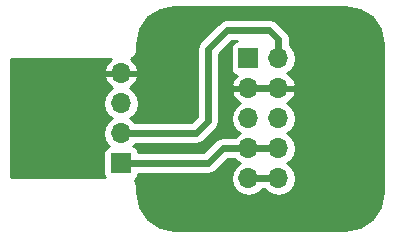
<source format=gtl>
G04 #@! TF.FileFunction,Copper,L1,Top,Signal*
%FSLAX46Y46*%
G04 Gerber Fmt 4.6, Leading zero omitted, Abs format (unit mm)*
G04 Created by KiCad (PCBNEW 4.0.7) date 07/18/19 16:35:03*
%MOMM*%
%LPD*%
G01*
G04 APERTURE LIST*
%ADD10C,0.100000*%
%ADD11R,1.700000X1.700000*%
%ADD12O,1.700000X1.700000*%
%ADD13C,0.600000*%
%ADD14C,0.254000*%
G04 APERTURE END LIST*
D10*
D11*
X154305000Y-111760000D03*
D12*
X154305000Y-109220000D03*
X154305000Y-106680000D03*
X154305000Y-104140000D03*
D11*
X165100000Y-102870000D03*
D12*
X167640000Y-102870000D03*
X165100000Y-105410000D03*
X167640000Y-105410000D03*
X165100000Y-107950000D03*
X167640000Y-107950000D03*
X165100000Y-110490000D03*
X167640000Y-110490000D03*
X165100000Y-113030000D03*
X167640000Y-113030000D03*
D13*
X154305000Y-111760000D02*
X161671000Y-111760000D01*
X162941000Y-110490000D02*
X165100000Y-110490000D01*
X161671000Y-111760000D02*
X162941000Y-110490000D01*
X167640000Y-110490000D02*
X165100000Y-110490000D01*
X167640000Y-102870000D02*
X167640000Y-101219000D01*
X160655000Y-109220000D02*
X154305000Y-109220000D01*
X161671000Y-108204000D02*
X160655000Y-109220000D01*
X161671000Y-102108000D02*
X161671000Y-108204000D01*
X163322000Y-100457000D02*
X161671000Y-102108000D01*
X166878000Y-100457000D02*
X163322000Y-100457000D01*
X167640000Y-101219000D02*
X166878000Y-100457000D01*
X165100000Y-105410000D02*
X167640000Y-105410000D01*
X167640000Y-113030000D02*
X165100000Y-113030000D01*
D14*
G36*
X174535995Y-98748824D02*
X175537196Y-99417804D01*
X176206175Y-100419005D01*
X176455000Y-101669931D01*
X176455000Y-114230069D01*
X176206175Y-115480995D01*
X175537196Y-116482196D01*
X174535995Y-117151176D01*
X173285069Y-117400000D01*
X158819931Y-117400000D01*
X157569005Y-117151175D01*
X156567804Y-116482196D01*
X155898824Y-115480995D01*
X155650000Y-114230069D01*
X155650000Y-113665000D01*
X155595954Y-113393295D01*
X155449953Y-113174787D01*
X155606441Y-113074090D01*
X155751431Y-112861890D01*
X155785227Y-112695000D01*
X161671000Y-112695000D01*
X162028809Y-112623827D01*
X162332145Y-112421145D01*
X163328290Y-111425000D01*
X163943977Y-111425000D01*
X164020853Y-111540054D01*
X164350026Y-111760000D01*
X164020853Y-111979946D01*
X163698946Y-112461715D01*
X163585907Y-113030000D01*
X163698946Y-113598285D01*
X164020853Y-114080054D01*
X164502622Y-114401961D01*
X165070907Y-114515000D01*
X165129093Y-114515000D01*
X165697378Y-114401961D01*
X166179147Y-114080054D01*
X166256023Y-113965000D01*
X166483977Y-113965000D01*
X166560853Y-114080054D01*
X167042622Y-114401961D01*
X167610907Y-114515000D01*
X167669093Y-114515000D01*
X168237378Y-114401961D01*
X168719147Y-114080054D01*
X169041054Y-113598285D01*
X169154093Y-113030000D01*
X169041054Y-112461715D01*
X168719147Y-111979946D01*
X168389974Y-111760000D01*
X168719147Y-111540054D01*
X169041054Y-111058285D01*
X169154093Y-110490000D01*
X169041054Y-109921715D01*
X168719147Y-109439946D01*
X168389974Y-109220000D01*
X168719147Y-109000054D01*
X169041054Y-108518285D01*
X169154093Y-107950000D01*
X169041054Y-107381715D01*
X168719147Y-106899946D01*
X168378447Y-106672298D01*
X168521358Y-106605183D01*
X168911645Y-106176924D01*
X169081476Y-105766890D01*
X168960155Y-105537000D01*
X167767000Y-105537000D01*
X167767000Y-105557000D01*
X167513000Y-105557000D01*
X167513000Y-105537000D01*
X165227000Y-105537000D01*
X165227000Y-105557000D01*
X164973000Y-105557000D01*
X164973000Y-105537000D01*
X163779845Y-105537000D01*
X163658524Y-105766890D01*
X163828355Y-106176924D01*
X164218642Y-106605183D01*
X164361553Y-106672298D01*
X164020853Y-106899946D01*
X163698946Y-107381715D01*
X163585907Y-107950000D01*
X163698946Y-108518285D01*
X164020853Y-109000054D01*
X164350026Y-109220000D01*
X164020853Y-109439946D01*
X163943977Y-109555000D01*
X162941000Y-109555000D01*
X162583191Y-109626173D01*
X162279855Y-109828855D01*
X161283710Y-110825000D01*
X155786446Y-110825000D01*
X155758162Y-110674683D01*
X155619090Y-110458559D01*
X155406890Y-110313569D01*
X155339459Y-110299914D01*
X155384147Y-110270054D01*
X155461023Y-110155000D01*
X160655000Y-110155000D01*
X161012809Y-110083827D01*
X161316145Y-109881145D01*
X162332145Y-108865145D01*
X162534827Y-108561809D01*
X162606000Y-108204000D01*
X162606000Y-102495290D01*
X163709290Y-101392000D01*
X164146685Y-101392000D01*
X164014683Y-101416838D01*
X163798559Y-101555910D01*
X163653569Y-101768110D01*
X163602560Y-102020000D01*
X163602560Y-103720000D01*
X163646838Y-103955317D01*
X163785910Y-104171441D01*
X163998110Y-104316431D01*
X164106107Y-104338301D01*
X163828355Y-104643076D01*
X163658524Y-105053110D01*
X163779845Y-105283000D01*
X164973000Y-105283000D01*
X164973000Y-105263000D01*
X165227000Y-105263000D01*
X165227000Y-105283000D01*
X167513000Y-105283000D01*
X167513000Y-105263000D01*
X167767000Y-105263000D01*
X167767000Y-105283000D01*
X168960155Y-105283000D01*
X169081476Y-105053110D01*
X168911645Y-104643076D01*
X168521358Y-104214817D01*
X168378447Y-104147702D01*
X168719147Y-103920054D01*
X169041054Y-103438285D01*
X169154093Y-102870000D01*
X169041054Y-102301715D01*
X168719147Y-101819946D01*
X168575000Y-101723630D01*
X168575000Y-101219000D01*
X168503827Y-100861191D01*
X168301145Y-100557855D01*
X167539145Y-99795855D01*
X167235809Y-99593173D01*
X166878000Y-99522000D01*
X163322005Y-99522000D01*
X163322000Y-99521999D01*
X163023556Y-99581364D01*
X162964191Y-99593173D01*
X162733192Y-99747521D01*
X162660855Y-99795855D01*
X161009855Y-101446855D01*
X160807173Y-101750191D01*
X160736000Y-102108000D01*
X160736000Y-107816710D01*
X160267710Y-108285000D01*
X155461023Y-108285000D01*
X155384147Y-108169946D01*
X155054974Y-107950000D01*
X155384147Y-107730054D01*
X155706054Y-107248285D01*
X155819093Y-106680000D01*
X155706054Y-106111715D01*
X155384147Y-105629946D01*
X155043447Y-105402298D01*
X155186358Y-105335183D01*
X155576645Y-104906924D01*
X155746476Y-104496890D01*
X155625155Y-104267000D01*
X154432000Y-104267000D01*
X154432000Y-104287000D01*
X154178000Y-104287000D01*
X154178000Y-104267000D01*
X152984845Y-104267000D01*
X152863524Y-104496890D01*
X153033355Y-104906924D01*
X153423642Y-105335183D01*
X153566553Y-105402298D01*
X153225853Y-105629946D01*
X152903946Y-106111715D01*
X152790907Y-106680000D01*
X152903946Y-107248285D01*
X153225853Y-107730054D01*
X153555026Y-107950000D01*
X153225853Y-108169946D01*
X152903946Y-108651715D01*
X152790907Y-109220000D01*
X152903946Y-109788285D01*
X153225853Y-110270054D01*
X153267452Y-110297850D01*
X153219683Y-110306838D01*
X153003559Y-110445910D01*
X152858569Y-110658110D01*
X152807560Y-110910000D01*
X152807560Y-112610000D01*
X152851838Y-112845317D01*
X152922417Y-112955000D01*
X144982000Y-112955000D01*
X144982000Y-102945000D01*
X153423475Y-102945000D01*
X153033355Y-103373076D01*
X152863524Y-103783110D01*
X152984845Y-104013000D01*
X154178000Y-104013000D01*
X154178000Y-103993000D01*
X154432000Y-103993000D01*
X154432000Y-104013000D01*
X155625155Y-104013000D01*
X155746476Y-103783110D01*
X155576645Y-103373076D01*
X155186358Y-102944817D01*
X155113332Y-102910522D01*
X155211705Y-102890954D01*
X155442046Y-102737046D01*
X155595954Y-102506705D01*
X155650000Y-102235000D01*
X155650000Y-101669931D01*
X155898824Y-100419005D01*
X156567804Y-99417804D01*
X157569005Y-98748825D01*
X158819931Y-98500000D01*
X173285069Y-98500000D01*
X174535995Y-98748824D01*
X174535995Y-98748824D01*
G37*
X174535995Y-98748824D02*
X175537196Y-99417804D01*
X176206175Y-100419005D01*
X176455000Y-101669931D01*
X176455000Y-114230069D01*
X176206175Y-115480995D01*
X175537196Y-116482196D01*
X174535995Y-117151176D01*
X173285069Y-117400000D01*
X158819931Y-117400000D01*
X157569005Y-117151175D01*
X156567804Y-116482196D01*
X155898824Y-115480995D01*
X155650000Y-114230069D01*
X155650000Y-113665000D01*
X155595954Y-113393295D01*
X155449953Y-113174787D01*
X155606441Y-113074090D01*
X155751431Y-112861890D01*
X155785227Y-112695000D01*
X161671000Y-112695000D01*
X162028809Y-112623827D01*
X162332145Y-112421145D01*
X163328290Y-111425000D01*
X163943977Y-111425000D01*
X164020853Y-111540054D01*
X164350026Y-111760000D01*
X164020853Y-111979946D01*
X163698946Y-112461715D01*
X163585907Y-113030000D01*
X163698946Y-113598285D01*
X164020853Y-114080054D01*
X164502622Y-114401961D01*
X165070907Y-114515000D01*
X165129093Y-114515000D01*
X165697378Y-114401961D01*
X166179147Y-114080054D01*
X166256023Y-113965000D01*
X166483977Y-113965000D01*
X166560853Y-114080054D01*
X167042622Y-114401961D01*
X167610907Y-114515000D01*
X167669093Y-114515000D01*
X168237378Y-114401961D01*
X168719147Y-114080054D01*
X169041054Y-113598285D01*
X169154093Y-113030000D01*
X169041054Y-112461715D01*
X168719147Y-111979946D01*
X168389974Y-111760000D01*
X168719147Y-111540054D01*
X169041054Y-111058285D01*
X169154093Y-110490000D01*
X169041054Y-109921715D01*
X168719147Y-109439946D01*
X168389974Y-109220000D01*
X168719147Y-109000054D01*
X169041054Y-108518285D01*
X169154093Y-107950000D01*
X169041054Y-107381715D01*
X168719147Y-106899946D01*
X168378447Y-106672298D01*
X168521358Y-106605183D01*
X168911645Y-106176924D01*
X169081476Y-105766890D01*
X168960155Y-105537000D01*
X167767000Y-105537000D01*
X167767000Y-105557000D01*
X167513000Y-105557000D01*
X167513000Y-105537000D01*
X165227000Y-105537000D01*
X165227000Y-105557000D01*
X164973000Y-105557000D01*
X164973000Y-105537000D01*
X163779845Y-105537000D01*
X163658524Y-105766890D01*
X163828355Y-106176924D01*
X164218642Y-106605183D01*
X164361553Y-106672298D01*
X164020853Y-106899946D01*
X163698946Y-107381715D01*
X163585907Y-107950000D01*
X163698946Y-108518285D01*
X164020853Y-109000054D01*
X164350026Y-109220000D01*
X164020853Y-109439946D01*
X163943977Y-109555000D01*
X162941000Y-109555000D01*
X162583191Y-109626173D01*
X162279855Y-109828855D01*
X161283710Y-110825000D01*
X155786446Y-110825000D01*
X155758162Y-110674683D01*
X155619090Y-110458559D01*
X155406890Y-110313569D01*
X155339459Y-110299914D01*
X155384147Y-110270054D01*
X155461023Y-110155000D01*
X160655000Y-110155000D01*
X161012809Y-110083827D01*
X161316145Y-109881145D01*
X162332145Y-108865145D01*
X162534827Y-108561809D01*
X162606000Y-108204000D01*
X162606000Y-102495290D01*
X163709290Y-101392000D01*
X164146685Y-101392000D01*
X164014683Y-101416838D01*
X163798559Y-101555910D01*
X163653569Y-101768110D01*
X163602560Y-102020000D01*
X163602560Y-103720000D01*
X163646838Y-103955317D01*
X163785910Y-104171441D01*
X163998110Y-104316431D01*
X164106107Y-104338301D01*
X163828355Y-104643076D01*
X163658524Y-105053110D01*
X163779845Y-105283000D01*
X164973000Y-105283000D01*
X164973000Y-105263000D01*
X165227000Y-105263000D01*
X165227000Y-105283000D01*
X167513000Y-105283000D01*
X167513000Y-105263000D01*
X167767000Y-105263000D01*
X167767000Y-105283000D01*
X168960155Y-105283000D01*
X169081476Y-105053110D01*
X168911645Y-104643076D01*
X168521358Y-104214817D01*
X168378447Y-104147702D01*
X168719147Y-103920054D01*
X169041054Y-103438285D01*
X169154093Y-102870000D01*
X169041054Y-102301715D01*
X168719147Y-101819946D01*
X168575000Y-101723630D01*
X168575000Y-101219000D01*
X168503827Y-100861191D01*
X168301145Y-100557855D01*
X167539145Y-99795855D01*
X167235809Y-99593173D01*
X166878000Y-99522000D01*
X163322005Y-99522000D01*
X163322000Y-99521999D01*
X163023556Y-99581364D01*
X162964191Y-99593173D01*
X162733192Y-99747521D01*
X162660855Y-99795855D01*
X161009855Y-101446855D01*
X160807173Y-101750191D01*
X160736000Y-102108000D01*
X160736000Y-107816710D01*
X160267710Y-108285000D01*
X155461023Y-108285000D01*
X155384147Y-108169946D01*
X155054974Y-107950000D01*
X155384147Y-107730054D01*
X155706054Y-107248285D01*
X155819093Y-106680000D01*
X155706054Y-106111715D01*
X155384147Y-105629946D01*
X155043447Y-105402298D01*
X155186358Y-105335183D01*
X155576645Y-104906924D01*
X155746476Y-104496890D01*
X155625155Y-104267000D01*
X154432000Y-104267000D01*
X154432000Y-104287000D01*
X154178000Y-104287000D01*
X154178000Y-104267000D01*
X152984845Y-104267000D01*
X152863524Y-104496890D01*
X153033355Y-104906924D01*
X153423642Y-105335183D01*
X153566553Y-105402298D01*
X153225853Y-105629946D01*
X152903946Y-106111715D01*
X152790907Y-106680000D01*
X152903946Y-107248285D01*
X153225853Y-107730054D01*
X153555026Y-107950000D01*
X153225853Y-108169946D01*
X152903946Y-108651715D01*
X152790907Y-109220000D01*
X152903946Y-109788285D01*
X153225853Y-110270054D01*
X153267452Y-110297850D01*
X153219683Y-110306838D01*
X153003559Y-110445910D01*
X152858569Y-110658110D01*
X152807560Y-110910000D01*
X152807560Y-112610000D01*
X152851838Y-112845317D01*
X152922417Y-112955000D01*
X144982000Y-112955000D01*
X144982000Y-102945000D01*
X153423475Y-102945000D01*
X153033355Y-103373076D01*
X152863524Y-103783110D01*
X152984845Y-104013000D01*
X154178000Y-104013000D01*
X154178000Y-103993000D01*
X154432000Y-103993000D01*
X154432000Y-104013000D01*
X155625155Y-104013000D01*
X155746476Y-103783110D01*
X155576645Y-103373076D01*
X155186358Y-102944817D01*
X155113332Y-102910522D01*
X155211705Y-102890954D01*
X155442046Y-102737046D01*
X155595954Y-102506705D01*
X155650000Y-102235000D01*
X155650000Y-101669931D01*
X155898824Y-100419005D01*
X156567804Y-99417804D01*
X157569005Y-98748825D01*
X158819931Y-98500000D01*
X173285069Y-98500000D01*
X174535995Y-98748824D01*
M02*

</source>
